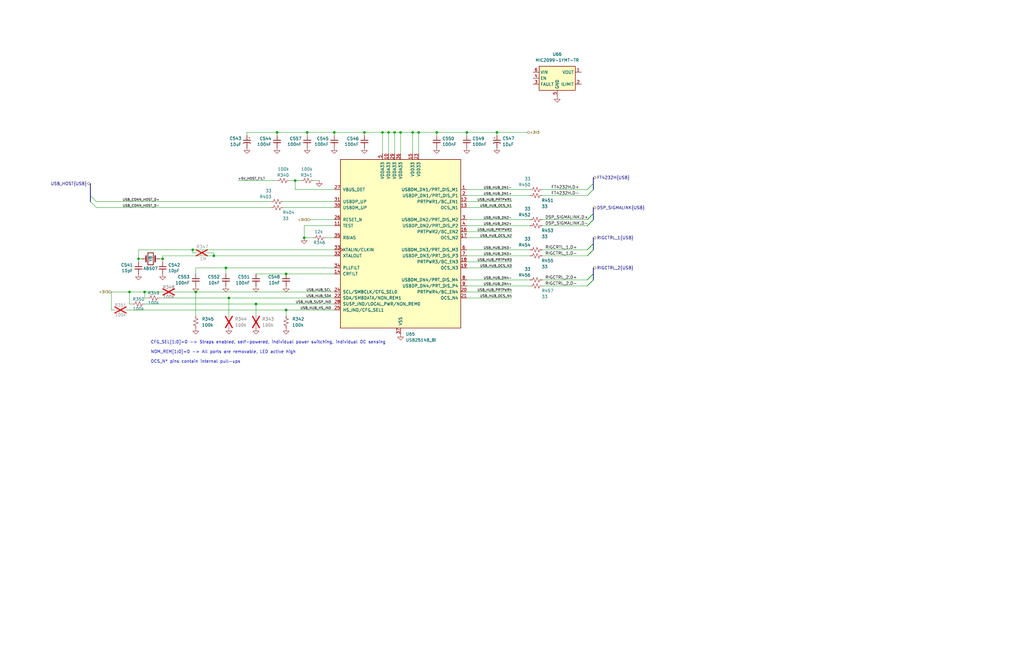
<source format=kicad_sch>
(kicad_sch (version 20250114) (generator "eeschema") (generator_version "9.0")
  (paper "B")
  (lib_symbols
    (symbol "Device:C_Polarized_Small_US" (pin_numbers (hide yes)) (pin_names (offset 0.254) (hide yes))
      (property "Reference" "C" (at 0.254 1.778 0))
      (property "Value" "C_Polarized_Small_US" (at 0.254 -2.032 0))
      (symbol "C_Polarized_Small_US_0_1"
        (polyline (pts (xy -1.524 0.508) (xy 1.524 0.508)) (stroke (width 0.3048)))
        (polyline (pts (xy -1.27 1.524) (xy -0.762 1.524)))
        (polyline (pts (xy -1.016 1.27) (xy -1.016 1.778)))
        (arc (start -1.524 -0.762) (mid 0 -0.3734) (end 1.524 -0.762) (stroke (width 0.3048)))
      )
      (symbol "C_Polarized_Small_US_1_1"
        (pin passive line (at 0 2.54 270) (length 2.032) (name "~") (number "1"))
        (pin passive line (at 0 -2.54 90) (length 2.032) (name "~") (number "2"))
      )
    )
    (symbol "Device:C_Small" (pin_numbers (hide yes)) (pin_names (offset 0.254) (hide yes))
      (property "Reference" "C" (at 0.254 1.778 0))
      (property "Value" "C_Small" (at 0.254 -2.032 0))
      (symbol "C_Small_0_1"
        (polyline (pts (xy -1.524 0.508) (xy 1.524 0.508)) (stroke (width 0.3048)))
        (polyline (pts (xy -1.524 -0.508) (xy 1.524 -0.508)) (stroke (width 0.3302)))
      )
      (symbol "C_Small_1_1"
        (pin passive line (at 0 2.54 270) (length 2.032) (name "~") (number "1"))
        (pin passive line (at 0 -2.54 90) (length 2.032) (name "~") (number "2"))
      )
    )
    (symbol "Device:Crystal" (pin_numbers (hide yes)) (pin_names (offset 1.016) (hide yes))
      (property "Reference" "Y" (at 0 3.81 0))
      (property "Value" "Crystal" (at 0 -3.81 0))
      (symbol "Crystal_0_1"
        (polyline (pts (xy -2.54 0) (xy -1.905 0)))
        (polyline (pts (xy -1.905 -1.27) (xy -1.905 1.27)) (stroke (width 0.508)))
        (rectangle (start -1.143 2.54) (end 1.143 -2.54) (stroke (width 0.3048)))
        (polyline (pts (xy 1.905 -1.27) (xy 1.905 1.27)) (stroke (width 0.508)))
        (polyline (pts (xy 2.54 0) (xy 1.905 0)))
      )
      (symbol "Crystal_1_1"
        (pin passive line (at -3.81 0 0) (length 1.27) (name "1") (number "1"))
        (pin passive line (at 3.81 0 180) (length 1.27) (name "2") (number "2"))
      )
    )
    (symbol "Device:R_Small_US" (pin_numbers (hide yes)) (pin_names (offset 0.254) (hide yes))
      (property "Reference" "R" (at 0.762 0.508 0))
      (property "Value" "R_Small_US" (at 0.762 -1.016 0))
      (symbol "R_Small_US_1_1"
        (polyline (pts (xy 0 1.524) (xy 1.016 1.143) (xy 0 0.762) (xy -1.016 0.381) (xy 0 0)))
        (polyline (pts (xy 0 0) (xy 1.016 -0.381) (xy 0 -0.762) (xy -1.016 -1.143) (xy 0 -1.524)))
        (pin passive line (at 0 2.54 270) (length 1.016) (name "~") (number "1"))
        (pin passive line (at 0 -2.54 90) (length 1.016) (name "~") (number "2"))
      )
    )
    (symbol "Interface_USB:USB2514B_Bi" (pin_names (offset 1.016))
      (property "Reference" "U65" (at 2.1433 -38.1 0))
      (property "Value" "USB2514B_Bi" (at 2.1433 -40.64 0))
      (symbol "USB2514B_Bi_0_1"
        (rectangle (start -25.4 35.56) (end 25.4 -35.56) (stroke (width 0.254)) (fill (type background)))
      )
      (symbol "USB2514B_Bi_1_1"
        (pin input line (at -27.94 22.86 0) (length 2.54) (name "VBUS_DET") (number "27"))
        (pin bidirectional line (at -27.94 17.78 0) (length 2.54) (name "USBDP_UP") (number "31"))
        (pin bidirectional line (at -27.94 15.24 0) (length 2.54) (name "USBDM_UP") (number "30"))
        (pin input line (at -27.94 10.16 0) (length 2.54) (name "RESET_N") (number "26"))
        (pin input line (at -27.94 7.62 0) (length 2.54) (name "TEST") (number "11"))
        (pin input line (at -27.94 2.54 0) (length 2.54) (name "RBIAS") (number "35"))
        (pin input clock (at -27.94 -2.54 0) (length 2.54) (name "XTALIN/CLKIN") (number "33"))
        (pin output line (at -27.94 -5.08 0) (length 2.54) (name "XTALOUT") (number "32"))
        (pin input line (at -27.94 -10.16 0) (length 2.54) (name "PLLFILT") (number "34"))
        (pin input line (at -27.94 -12.7 0) (length 2.54) (name "CRFILT") (number "14"))
        (pin bidirectional line (at -27.94 -20.32 0) (length 2.54) (name "SCL/SMBCLK/CFG_SEL0") (number "24"))
        (pin bidirectional line (at -27.94 -22.86 0) (length 2.54) (name "SDA/SMBDATA/NON_REM1") (number "22"))
        (pin bidirectional line (at -27.94 -25.4 0) (length 2.54) (name "SUSP_IND/LOCAL_PWR/NON_REM0") (number "28"))
        (pin bidirectional line (at -27.94 -27.94 0) (length 2.54) (name "HS_IND/CFG_SEL1") (number "25"))
        (pin power_in line (at -7.62 38.1 270) (length 2.54) (name "VDDA33") (number "5"))
        (pin power_in line (at -5.08 38.1 270) (length 2.54) (name "VDDA33") (number "10"))
        (pin power_in line (at -2.54 38.1 270) (length 2.54) (name "VDDA33") (number "29"))
        (pin power_in line (at 0 38.1 270) (length 2.54) (name "VDDA33") (number "36"))
        (pin power_in line (at 0 -38.1 90) (length 2.54) (name "VSS") (number "37"))
        (pin power_in line (at 5.08 38.1 270) (length 2.54) (name "VDD33") (number "15"))
        (pin power_in line (at 7.62 38.1 270) (length 2.54) (name "VDD33") (number "23"))
        (pin bidirectional line (at 27.94 22.86 180) (length 2.54) (name "USBDM_DN1/PRT_DIS_M1") (number "1"))
        (pin bidirectional line (at 27.94 20.32 180) (length 2.54) (name "USBDP_DN1/PRT_DIS_P1") (number "2"))
        (pin bidirectional line (at 27.94 17.78 180) (length 2.54) (name "PRTPWR1/BC_EN1") (number "12"))
        (pin input line (at 27.94 15.24 180) (length 2.54) (name "OCS_N1") (number "13"))
        (pin bidirectional line (at 27.94 10.16 180) (length 2.54) (name "USBDM_DN2/PRT_DIS_M2") (number "3"))
        (pin bidirectional line (at 27.94 7.62 180) (length 2.54) (name "USBDP_DN2/PRT_DIS_P2") (number "4"))
        (pin bidirectional line (at 27.94 5.08 180) (length 2.54) (name "PRTPWR2/BC_EN2") (number "16"))
        (pin input line (at 27.94 2.54 180) (length 2.54) (name "OCS_N2") (number "17"))
        (pin bidirectional line (at 27.94 -2.54 180) (length 2.54) (name "USBDM_DN3/PRT_DIS_M3") (number "6"))
        (pin bidirectional line (at 27.94 -5.08 180) (length 2.54) (name "USBDP_DN3/PRT_DIS_P3") (number "7"))
        (pin bidirectional line (at 27.94 -7.62 180) (length 2.54) (name "PRTPWR3/BC_EN3") (number "18"))
        (pin input line (at 27.94 -10.16 180) (length 2.54) (name "OCS_N3") (number "19"))
        (pin bidirectional line (at 27.94 -15.24 180) (length 2.54) (name "USBDM_DN4/PRT_DIS_M4") (number "8"))
        (pin bidirectional line (at 27.94 -17.78 180) (length 2.54) (name "USBDP_DN4/PRT_DIS_P4") (number "9"))
        (pin bidirectional line (at 27.94 -20.32 180) (length 2.54) (name "PRTPWR4/BC_EN4") (number "20"))
        (pin input line (at 27.94 -22.86 180) (length 2.54) (name "OCS_N4") (number "21"))
      )
    )
    (symbol "Power_Management:MIC2090-1YM5"
      (property "Reference" "U66" (at 0 10.16 0))
      (property "Value" "MIC2099-1YMT-TR" (at 0 7.62 0))
      (symbol "MIC2090-1YM5_0_1"
        (rectangle (start -7.62 5.08) (end 7.62 -5.08) (stroke (width 0.254)) (fill (type background)))
      )
      (symbol "MIC2090-1YM5_1_1"
        (pin power_in line (at -10.16 2.54 0) (length 2.54) (name "VIN") (number "6"))
        (pin input line (at -10.16 0 0) (length 2.54) (name "EN") (number "4"))
        (pin open_collector line (at -10.16 -2.54 0) (length 2.54) (name "FAULT") (number "3"))
        (pin power_in line (at 0 -7.62 90) (length 2.54) (name "GND") (number "5"))
        (pin power_out line (at 10.16 2.54 180) (length 2.54) (name "VOUT") (number "1"))
        (pin input line (at 10.16 -2.54 180) (length 2.54) (name "ILIMIT") (number "2"))
      )
    )
    (symbol "power:GND" (power) (pin_numbers (hide yes)) (pin_names (offset 0) (hide yes))
      (property "Value" "GND" (at 0 -3.81 0))
      (symbol "GND_0_1"
        (polyline (pts (xy 0 0) (xy 0 -1.27) (xy 1.27 -1.27) (xy 0 -2.54) (xy -1.27 -1.27) (xy 0 -1.27)))
      )
      (symbol "GND_1_1"
        (pin power_in line (at 0 0 270) (length 0) (name "~") (number "1"))
      )
    )
  )
  (text "CFG_SEL[1:0]=0 -> Straps enabled, self-powered, individual power switching, individual OC sensing\n\nNOM_REM[1:0]=0 -> All ports are removable, LED active high\n\nOCS_N* pins contain internal pull-ups" (at 63.5 148.59 0) (effects (font (size 1.27 1.27)) (justify left)))
  (junction (at 161.29 55.88))
  (junction (at 140.97 55.88))
  (junction (at 116.84 55.88))
  (junction (at 128.27 100.33))
  (junction (at 54.61 123.19))
  (junction (at 120.65 130.81))
  (junction (at 129.54 55.88))
  (junction (at 163.83 55.88))
  (junction (at 58.42 109.22))
  (junction (at 209.55 55.88))
  (junction (at 124.46 76.2))
  (junction (at 196.85 55.88))
  (junction (at 168.91 55.88))
  (junction (at 96.52 125.73))
  (junction (at 95.25 113.03))
  (junction (at 184.15 55.88))
  (junction (at 166.37 55.88))
  (junction (at 176.53 55.88))
  (junction (at 153.67 55.88))
  (junction (at 68.58 109.22))
  (junction (at 60.96 123.19))
  (junction (at 107.95 128.27))
  (junction (at 82.55 123.19))
  (junction (at 81.28 105.41))
  (junction (at 120.65 115.57))
  (junction (at 90.17 107.95))
  (junction (at 173.99 55.88))
  (bus_entry (at 40.64 87.63) (size -2.54 -2.54))
  (bus_entry (at 250.19 115.57) (size -2.54 2.54))
  (bus_entry (at 250.19 118.11) (size -2.54 2.54))
  (bus_entry (at 250.19 105.41) (size -2.54 2.54))
  (bus_entry (at 250.19 115.57) (size -2.54 2.54))
  (bus_entry (at 250.19 115.57) (size -2.54 2.54))
  (bus_entry (at 250.19 90.17) (size -2.54 2.54))
  (bus_entry (at 250.19 118.11) (size -2.54 2.54))
  (bus_entry (at 250.19 90.17) (size -2.54 2.54))
  (bus_entry (at 250.19 90.17) (size -2.54 2.54))
  (bus_entry (at 250.19 102.87) (size -2.54 2.54))
  (bus_entry (at 250.19 105.41) (size -2.54 2.54))
  (bus_entry (at 250.19 77.47) (size -2.54 2.54))
  (bus_entry (at 250.19 115.57) (size -2.54 2.54))
  (bus_entry (at 250.19 80.01) (size -2.54 2.54))
  (bus_entry (at 40.64 85.09) (size -2.54 -2.54))
  (bus_entry (at 250.19 92.71) (size -2.54 2.54))
  (bus_entry (at 250.19 102.87) (size -2.54 2.54))
  (bus_entry (at 250.19 118.11) (size -2.54 2.54))
  (bus_entry (at 250.19 102.87) (size -2.54 2.54))
  (bus_entry (at 250.19 77.47) (size -2.54 2.54))
  (bus_entry (at 250.19 92.71) (size -2.54 2.54))
  (bus_entry (at 250.19 105.41) (size -2.54 2.54))
  (bus_entry (at 250.19 118.11) (size -2.54 2.54))
  (bus_entry (at 250.19 105.41) (size -2.54 2.54))
  (bus_entry (at 250.19 92.71) (size -2.54 2.54))
  (bus_entry (at 250.19 80.01) (size -2.54 2.54))
  (bus_entry (at 250.19 92.71) (size -2.54 2.54))
  (bus_entry (at 250.19 90.17) (size -2.54 2.54))
  (bus_entry (at 250.19 102.87) (size -2.54 2.54))
  (bus (pts (xy 250.19 87.63) (xy 250.19 90.17)))
  (wire (pts (xy 116.84 55.88) (xy 129.54 55.88)))
  (wire (pts (xy 82.55 113.03) (xy 95.25 113.03)))
  (wire (pts (xy 196.85 107.95) (xy 223.52 107.95)))
  (wire (pts (xy 168.91 55.88) (xy 168.91 64.77)))
  (wire (pts (xy 58.42 105.41) (xy 58.42 109.22)))
  (wire (pts (xy 228.6 107.95) (xy 247.65 107.95)))
  (bus (pts (xy 250.19 100.33) (xy 250.19 102.87)))
  (bus (pts (xy 250.19 74.93) (xy 250.19 77.47)))
  (wire (pts (xy 107.95 128.27) (xy 140.97 128.27)))
  (wire (pts (xy 58.42 109.22) (xy 59.69 109.22)))
  (wire (pts (xy 95.25 113.03) (xy 140.97 113.03)))
  (wire (pts (xy 196.85 118.11) (xy 223.52 118.11)))
  (bus (pts (xy 250.19 102.87) (xy 250.19 105.41)))
  (wire (pts (xy 166.37 55.88) (xy 166.37 64.77)))
  (wire (pts (xy 196.85 95.25) (xy 223.52 95.25)))
  (wire (pts (xy 81.28 105.41) (xy 140.97 105.41)))
  (wire (pts (xy 228.6 120.65) (xy 247.65 120.65)))
  (wire (pts (xy 215.9 85.09) (xy 196.85 85.09)))
  (wire (pts (xy 58.42 110.49) (xy 58.42 109.22)))
  (wire (pts (xy 87.63 106.68) (xy 90.17 106.68)))
  (wire (pts (xy 173.99 55.88) (xy 173.99 64.77)))
  (wire (pts (xy 215.9 113.03) (xy 196.85 113.03)))
  (wire (pts (xy 119.38 85.09) (xy 140.97 85.09)))
  (bus (pts (xy 38.1 82.55) (xy 38.1 85.09)))
  (wire (pts (xy 73.66 123.19) (xy 82.55 123.19)))
  (wire (pts (xy 215.9 110.49) (xy 196.85 110.49)))
  (wire (pts (xy 228.6 82.55) (xy 247.65 82.55)))
  (wire (pts (xy 40.64 87.63) (xy 114.3 87.63)))
  (wire (pts (xy 129.54 55.88) (xy 129.54 57.15)))
  (wire (pts (xy 196.85 82.55) (xy 223.52 82.55)))
  (wire (pts (xy 196.85 80.01) (xy 223.52 80.01)))
  (wire (pts (xy 184.15 55.88) (xy 196.85 55.88)))
  (wire (pts (xy 228.6 80.01) (xy 247.65 80.01)))
  (wire (pts (xy 140.97 95.25) (xy 128.27 95.25)))
  (wire (pts (xy 82.55 123.19) (xy 140.97 123.19)))
  (wire (pts (xy 90.17 107.95) (xy 140.97 107.95)))
  (wire (pts (xy 104.14 55.88) (xy 104.14 57.15)))
  (wire (pts (xy 215.9 97.79) (xy 196.85 97.79)))
  (wire (pts (xy 68.58 107.95) (xy 68.58 109.22)))
  (wire (pts (xy 196.85 105.41) (xy 223.52 105.41)))
  (wire (pts (xy 54.61 123.19) (xy 46.99 123.19)))
  (bus (pts (xy 250.19 113.03) (xy 250.19 115.57)))
  (wire (pts (xy 121.92 76.2) (xy 124.46 76.2)))
  (wire (pts (xy 60.96 123.19) (xy 68.58 123.19)))
  (wire (pts (xy 215.9 123.19) (xy 196.85 123.19)))
  (wire (pts (xy 60.96 128.27) (xy 107.95 128.27)))
  (wire (pts (xy 107.95 115.57) (xy 120.65 115.57)))
  (wire (pts (xy 120.65 130.81) (xy 140.97 130.81)))
  (wire (pts (xy 140.97 55.88) (xy 140.97 57.15)))
  (wire (pts (xy 48.26 130.81) (xy 46.99 130.81)))
  (wire (pts (xy 161.29 55.88) (xy 163.83 55.88)))
  (wire (pts (xy 163.83 55.88) (xy 163.83 64.77)))
  (wire (pts (xy 58.42 105.41) (xy 81.28 105.41)))
  (bus (pts (xy 38.1 77.47) (xy 38.1 82.55)))
  (wire (pts (xy 40.64 85.09) (xy 114.3 85.09)))
  (wire (pts (xy 132.08 76.2) (xy 134.62 76.2)))
  (wire (pts (xy 82.55 133.35) (xy 82.55 123.19)))
  (wire (pts (xy 130.81 92.71) (xy 140.97 92.71)))
  (wire (pts (xy 128.27 95.25) (xy 128.27 100.33)))
  (wire (pts (xy 82.55 115.57) (xy 82.55 113.03)))
  (wire (pts (xy 209.55 55.88) (xy 222.25 55.88)))
  (wire (pts (xy 140.97 55.88) (xy 153.67 55.88)))
  (wire (pts (xy 60.96 125.73) (xy 60.96 123.19)))
  (wire (pts (xy 119.38 87.63) (xy 140.97 87.63)))
  (wire (pts (xy 95.25 113.03) (xy 95.25 115.57)))
  (wire (pts (xy 215.9 125.73) (xy 196.85 125.73)))
  (wire (pts (xy 96.52 125.73) (xy 96.52 133.35)))
  (wire (pts (xy 60.96 123.19) (xy 54.61 123.19)))
  (wire (pts (xy 81.28 106.68) (xy 81.28 105.41)))
  (wire (pts (xy 163.83 55.88) (xy 166.37 55.88)))
  (wire (pts (xy 68.58 107.95) (xy 90.17 107.95)))
  (wire (pts (xy 168.91 55.88) (xy 173.99 55.88)))
  (wire (pts (xy 90.17 106.68) (xy 90.17 107.95)))
  (wire (pts (xy 116.84 55.88) (xy 116.84 57.15)))
  (wire (pts (xy 196.85 92.71) (xy 223.52 92.71)))
  (wire (pts (xy 54.61 128.27) (xy 54.61 123.19)))
  (wire (pts (xy 153.67 55.88) (xy 161.29 55.88)))
  (wire (pts (xy 107.95 128.27) (xy 107.95 133.35)))
  (wire (pts (xy 55.88 128.27) (xy 54.61 128.27)))
  (wire (pts (xy 176.53 55.88) (xy 176.53 64.77)))
  (wire (pts (xy 137.16 100.33) (xy 140.97 100.33)))
  (wire (pts (xy 196.85 55.88) (xy 209.55 55.88)))
  (wire (pts (xy 124.46 80.01) (xy 124.46 76.2)))
  (wire (pts (xy 104.14 55.88) (xy 116.84 55.88)))
  (wire (pts (xy 196.85 55.88) (xy 196.85 57.15)))
  (wire (pts (xy 124.46 76.2) (xy 127 76.2)))
  (wire (pts (xy 166.37 55.88) (xy 168.91 55.88)))
  (wire (pts (xy 215.9 100.33) (xy 196.85 100.33)))
  (wire (pts (xy 173.99 55.88) (xy 176.53 55.88)))
  (wire (pts (xy 161.29 55.88) (xy 161.29 64.77)))
  (wire (pts (xy 228.6 118.11) (xy 247.65 118.11)))
  (bus (pts (xy 250.19 115.57) (xy 250.19 118.11)))
  (wire (pts (xy 82.55 106.68) (xy 81.28 106.68)))
  (wire (pts (xy 184.15 55.88) (xy 184.15 57.15)))
  (wire (pts (xy 67.31 125.73) (xy 96.52 125.73)))
  (bus (pts (xy 250.19 90.17) (xy 250.19 92.71)))
  (wire (pts (xy 53.34 130.81) (xy 120.65 130.81)))
  (wire (pts (xy 228.6 105.41) (xy 247.65 105.41)))
  (wire (pts (xy 129.54 55.88) (xy 140.97 55.88)))
  (wire (pts (xy 68.58 110.49) (xy 68.58 109.22)))
  (wire (pts (xy 176.53 55.88) (xy 184.15 55.88)))
  (wire (pts (xy 128.27 100.33) (xy 132.08 100.33)))
  (wire (pts (xy 68.58 109.22) (xy 67.31 109.22)))
  (wire (pts (xy 120.65 115.57) (xy 140.97 115.57)))
  (wire (pts (xy 196.85 120.65) (xy 223.52 120.65)))
  (wire (pts (xy 209.55 55.88) (xy 209.55 57.15)))
  (wire (pts (xy 46.99 130.81) (xy 46.99 123.19)))
  (wire (pts (xy 215.9 87.63) (xy 196.85 87.63)))
  (wire (pts (xy 140.97 80.01) (xy 124.46 80.01)))
  (wire (pts (xy 62.23 125.73) (xy 60.96 125.73)))
  (wire (pts (xy 153.67 55.88) (xy 153.67 57.15)))
  (wire (pts (xy 228.6 92.71) (xy 247.65 92.71)))
  (wire (pts (xy 228.6 95.25) (xy 247.65 95.25)))
  (bus (pts (xy 250.19 77.47) (xy 250.19 80.01)))
  (wire (pts (xy 96.52 125.73) (xy 140.97 125.73)))
  (wire (pts (xy 100.33 76.2) (xy 116.84 76.2)))
  (wire (pts (xy 120.65 133.35) (xy 120.65 130.81)))
  (label "USB_HUB_DN2-" (at 215.9 92.71 180) (effects (font (size 1 1))))
  (label "FT4232H.D-" (at 232.41 82.55 0))
  (label "USB_HUB_DN1+" (at 215.9 82.55 180) (effects (font (size 1 1))))
  (label "RIGCRTL_1.D+" (at 229.87 105.41 0))
  (label "RIGCTRL_1.D-" (at 229.87 107.95 0))
  (label "USB_HUB_DN4+" (at 215.9 120.65 180) (effects (font (size 1 1))))
  (label "USB_HUB_PRTPWR4" (at 215.9 123.19 180) (effects (font (size 1 1))))
  (label "USB_HUB_DN3-" (at 215.9 105.41 180) (effects (font (size 1 1))))
  (label "USB_HUB_DN1-" (at 215.9 80.01 180) (effects (font (size 1 1))))
  (label "DSP_SIGMALINK.D-" (at 229.87 95.25 0))
  (label "USB_HUB_OCS_N2" (at 215.9 100.33 180) (effects (font (size 1 1))))
  (label "RIGCTRL_2.D-" (at 229.87 120.65 0))
  (label "USB_HUB_HS_IND" (at 139.7 130.81 180) (effects (font (size 1 1))))
  (label "+5V_HOST_FILT" (at 100.33 76.2 0) (effects (font (size 1 1))))
  (label "USB_HUB_SUSP_IND" (at 139.7 128.27 180) (effects (font (size 1 1))))
  (label "FT4232H.D+" (at 232.41 80.01 0))
  (label "USB_HUB_OCS_N1" (at 215.9 87.63 180) (effects (font (size 1 1))))
  (label "USB_HUB_PRTPWR3" (at 215.9 110.49 180) (effects (font (size 1 1))))
  (label "USB_HUB_PRTPWR2" (at 215.9 97.79 180) (effects (font (size 1 1))))
  (label "RIGCTRL_2.D+" (at 229.87 118.11 0))
  (label "USB_HUB_DN2+" (at 215.9 95.25 180) (effects (font (size 1 1))))
  (label "USB_HUB_SDA" (at 139.7 125.73 180) (effects (font (size 1 1))))
  (label "USB_HUB_DN4-" (at 215.9 118.11 180) (effects (font (size 1 1))))
  (label "USB_HUB_OCS_N3" (at 215.9 113.03 180) (effects (font (size 1 1))))
  (label "USB_HUB_PRTPWR1" (at 215.9 85.09 180) (effects (font (size 1 1))))
  (label "USB_HUB_DN3+" (at 215.9 107.95 180) (effects (font (size 1 1))))
  (label "DSP_SIGMALINK.D+" (at 229.87 92.71 0))
  (label "USB_HUB_SCL" (at 139.7 123.19 180) (effects (font (size 1 1))))
  (label "USB_CONN_HOST_D+" (at 67.31 85.09 180) (effects (font (size 1 1))))
  (label "USB_CONN_HOST_D-" (at 67.31 87.63 180) (effects (font (size 1 1))))
  (label "USB_HUB_OCS_N4" (at 215.9 125.73 180) (effects (font (size 1 1))))
  (hierarchical_label "USB_HOST{USB}" (shape bidirectional) (at 38.1 77.47 180))
  (hierarchical_label "+3V3" (shape input) (at 46.99 123.19 180) (effects (font (size 1 1))))
  (hierarchical_label "RIGCTRL_2{USB}" (shape bidirectional) (at 250.19 113.03 0))
  (hierarchical_label "+3V3" (shape input) (at 222.25 55.88 0) (effects (font (size 1 1))))
  (hierarchical_label "RIGCTRL_1{USB}" (shape bidirectional) (at 250.19 100.33 0))
  (hierarchical_label "+3V3" (shape input) (at 130.81 92.71 180) (effects (font (size 1 1))))
  (hierarchical_label "FT4232H{USB}" (shape bidirectional) (at 250.19 74.93 0))
  (hierarchical_label "DSP_SIGMALINK{USB}" (shape bidirectional) (at 250.19 87.63 0))
  (symbol (lib_id "Device:R_Small_US") (at 50.8 130.81 270) (unit 1) (in_bom no) (dnp yes)
    (property "Reference" "R351" (at 50.8 128.778 90))
    (property "Value" "100k" (at 50.8 132.842 90))
    (property "Description" "Resistor, small US symbol" (effects (hide yes)))
  )
  (symbol (lib_id "Device:C_Small") (at 196.85 59.69 0) (unit 1)
    (property "Reference" "C549" (at 199.1741 58.4841 0) (effects (justify left)))
    (property "Value" "100nF" (at 199.1741 60.9084 0) (effects (justify left)))
    (property "Description" "Unpolarized capacitor, small symbol" (effects (hide yes)))
  )
  (symbol (lib_id "Device:R_Small_US") (at 226.06 80.01 90) (unit 1)
    (property "Reference" "R450" (at 223.774 77.978 90) (effects (justify left)))
    (property "Value" "33" (at 223.774 75.438 90) (effects (justify left)))
    (property "Description" "Resistor, small US symbol" (effects (hide yes)))
  )
  (symbol (lib_id "Device:R_Small_US") (at 64.77 125.73 270) (unit 1)
    (property "Reference" "R349" (at 64.77 123.698 90))
    (property "Value" "100k" (at 64.77 127.762 90))
    (property "Description" "Resistor, small US symbol" (effects (hide yes)))
  )
  (symbol (lib_id "Device:C_Small") (at 153.67 59.69 0) (mirror y) (unit 1)
    (property "Reference" "C546" (at 151.3459 58.4841 0) (effects (justify left)))
    (property "Value" "100nF" (at 151.3459 60.9084 0) (effects (justify left)))
    (property "Description" "Unpolarized capacitor, small symbol" (effects (hide yes)))
  )
  (symbol (lib_id "Device:C_Small") (at 82.55 118.11 0) (unit 1)
    (property "Reference" "C553" (at 80.01 116.8462 0) (effects (justify right)))
    (property "Value" "100nF" (at 80.01 119.3862 0) (effects (justify right)))
    (property "Description" "Unpolarized capacitor, small symbol" (effects (hide yes)))
  )
  (symbol (lib_id "Device:R_Small_US") (at 71.12 123.19 270) (unit 1) (in_bom no) (dnp yes)
    (property "Reference" "R348" (at 71.12 121.158 90))
    (property "Value" "100k" (at 71.12 125.222 90))
    (property "Description" "Resistor, small US symbol" (effects (hide yes)))
  )
  (symbol (lib_id "Device:R_Small_US") (at 226.06 120.65 270) (unit 1)
    (property "Reference" "R457" (at 228.346 122.682 90) (effects (justify left)))
    (property "Value" "33" (at 228.346 125.222 90) (effects (justify left)))
    (property "Description" "Resistor, small US symbol" (effects (hide yes)))
  )
  (symbol (lib_id "Interface_USB:USB2514B_Bi") (at 168.91 102.87 0) (unit 1)
    (property "Reference" "U65" (at 171.0533 140.97 0) (effects (justify left)))
    (property "Value" "USB2514B_Bi" (at 171.0533 143.51 0) (effects (justify left)))
    (property "Footprint" "Package_DFN_QFN:QFN-36-1EP_6x6mm_P0.5mm_EP3.7x3.7mm" (effects (hide yes)))
    (property "Datasheet" "http://ww1.microchip.com/downloads/en/DeviceDoc/00001692C.pdf" (effects (hide yes)))
    (property "Description" "USB 2.0 Hi-Speed Hub Controller" (effects (hide yes)))
  )
  (symbol (lib_id "power:GND") (at 168.91 140.97 0) (mirror y) (unit 1)
    (property "Reference" "#PWR0697" (effects (hide yes)))
    (property "Value" "GND" (effects (hide yes)))
    (property "Description" "Power symbol creates a global label with name \"GND\" , ground" (effects (hide yes)))
  )
  (symbol (lib_id "Device:C_Polarized_Small_US") (at 209.55 59.69 0) (unit 1)
    (property "Reference" "C547" (at 211.836 58.42 0) (effects (justify left)))
    (property "Value" "10uF" (at 211.836 60.96 0) (effects (justify left)))
    (property "Description" "Polarized capacitor, small US symbol" (effects (hide yes)))
  )
  (symbol (lib_id "power:GND") (at 134.62 76.2 0) (unit 1)
    (property "Reference" "#PWR0705" (effects (hide yes)))
    (property "Value" "GND" (effects (hide yes)))
    (property "Description" "Power symbol creates a global label with name \"GND\" , ground" (effects (hide yes)))
  )
  (symbol (lib_id "power:GND") (at 96.52 138.43 0) (unit 1)
    (property "Reference" "#PWR0711" (effects (hide yes)))
    (property "Value" "GND" (effects (hide yes)))
    (property "Description" "Power symbol creates a global label with name \"GND\" , ground" (effects (hide yes)))
  )
  (symbol (lib_id "Device:R_Small_US") (at 107.95 135.89 0) (unit 1) (in_bom no) (dnp yes)
    (property "Reference" "R343" (at 110.49 134.6199 0) (effects (justify left)))
    (property "Value" "100k" (at 110.49 137.1599 0) (effects (justify left)))
    (property "Description" "Resistor, small US symbol" (effects (hide yes)))
  )
  (symbol (lib_id "Device:C_Small") (at 58.42 113.03 0) (mirror y) (unit 1)
    (property "Reference" "C541" (at 56.0959 111.8241 0) (effects (justify left)))
    (property "Value" "10pF" (at 56.0959 114.2484 0) (effects (justify left)))
    (property "Description" "Unpolarized capacitor, small symbol" (effects (hide yes)))
  )
  (symbol (lib_id "power:GND") (at 128.27 100.33 0) (unit 1)
    (property "Reference" "#PWR0717" (effects (hide yes)))
    (property "Value" "GND" (effects (hide yes)))
    (property "Description" "Power symbol creates a global label with name \"GND\" , ground" (effects (hide yes)))
  )
  (symbol (lib_id "Device:R_Small_US") (at 226.06 118.11 90) (unit 1)
    (property "Reference" "R456" (at 223.774 116.078 90) (effects (justify left)))
    (property "Value" "33" (at 223.774 113.538 90) (effects (justify left)))
    (property "Description" "Resistor, small US symbol" (effects (hide yes)))
  )
  (symbol (lib_id "power:GND") (at 82.55 138.43 0) (unit 1)
    (property "Reference" "#PWR0712" (effects (hide yes)))
    (property "Value" "GND" (effects (hide yes)))
    (property "Description" "Power symbol creates a global label with name \"GND\" , ground" (effects (hide yes)))
  )
  (symbol (lib_id "power:GND") (at 104.14 62.23 0) (mirror y) (unit 1)
    (property "Reference" "#PWR0700" (effects (hide yes)))
    (property "Value" "GND" (effects (hide yes)))
    (property "Description" "Power symbol creates a global label with name \"GND\" , ground" (effects (hide yes)))
  )
  (symbol (lib_id "power:GND") (at 68.58 115.57 0) (unit 1)
    (property "Reference" "#PWR0699" (effects (hide yes)))
    (property "Value" "GND" (effects (hide yes)))
    (property "Description" "Power symbol creates a global label with name \"GND\" , ground" (effects (hide yes)))
  )
  (symbol (lib_id "power:GND") (at 140.97 62.23 0) (mirror y) (unit 1)
    (property "Reference" "#PWR0702" (effects (hide yes)))
    (property "Value" "GND" (effects (hide yes)))
    (property "Description" "Power symbol creates a global label with name \"GND\" , ground" (effects (hide yes)))
  )
  (symbol (lib_id "power:GND") (at 120.65 120.65 0) (mirror y) (unit 1)
    (property "Reference" "#PWR0713" (effects (hide yes)))
    (property "Value" "GND" (effects (hide yes)))
    (property "Description" "Power symbol creates a global label with name \"GND\" , ground" (effects (hide yes)))
  )
  (symbol (lib_id "Device:C_Small") (at 116.84 59.69 0) (mirror y) (unit 1)
    (property "Reference" "C544" (at 114.5159 58.4841 0) (effects (justify left)))
    (property "Value" "100nF" (at 114.5159 60.9084 0) (effects (justify left)))
    (property "Description" "Unpolarized capacitor, small symbol" (effects (hide yes)))
  )
  (symbol (lib_id "power:GND") (at 153.67 62.23 0) (mirror y) (unit 1)
    (property "Reference" "#PWR0703" (effects (hide yes)))
    (property "Value" "GND" (effects (hide yes)))
    (property "Description" "Power symbol creates a global label with name \"GND\" , ground" (effects (hide yes)))
  )
  (symbol (lib_id "power:GND") (at 196.85 62.23 0) (unit 1)
    (property "Reference" "#PWR0706" (effects (hide yes)))
    (property "Value" "GND" (effects (hide yes)))
    (property "Description" "Power symbol creates a global label with name \"GND\" , ground" (effects (hide yes)))
  )
  (symbol (lib_id "Device:C_Small") (at 184.15 59.69 0) (unit 1)
    (property "Reference" "C550" (at 186.4741 58.4841 0) (effects (justify left)))
    (property "Value" "100nF" (at 186.4741 60.9084 0) (effects (justify left)))
    (property "Description" "Unpolarized capacitor, small symbol" (effects (hide yes)))
  )
  (symbol (lib_id "Device:R_Small_US") (at 226.06 92.71 90) (unit 1)
    (property "Reference" "R452" (at 223.774 90.678 90) (effects (justify left)))
    (property "Value" "33" (at 223.774 88.138 90) (effects (justify left)))
    (property "Description" "Resistor, small US symbol" (effects (hide yes)))
  )
  (symbol (lib_id "Device:R_Small_US") (at 58.42 128.27 270) (unit 1)
    (property "Reference" "R350" (at 58.42 126.238 90))
    (property "Value" "100k" (at 58.42 130.302 90))
    (property "Description" "Resistor, small US symbol" (effects (hide yes)))
  )
  (symbol (lib_id "Device:C_Small") (at 95.25 118.11 0) (unit 1)
    (property "Reference" "C552" (at 92.71 116.8462 0) (effects (justify right)))
    (property "Value" "10nF" (at 92.71 119.3862 0) (effects (justify right)))
    (property "Description" "Unpolarized capacitor, small symbol" (effects (hide yes)))
  )
  (symbol (lib_id "Device:Crystal") (at 63.5 109.22 0) (mirror y) (unit 1)
    (property "Reference" "Y8" (at 63.5 109.22 90))
    (property "Value" "ABS07" (at 63.5 113.284 0))
    (property "Datasheet" "https://abracon.com/Resonators/ABS07.pdf" (effects (hide yes)))
    (property "Description" "Two pin crystal" (effects (hide yes)))
  )
  (symbol (lib_id "Device:C_Small") (at 107.95 118.11 0) (unit 1)
    (property "Reference" "C551" (at 105.41 116.8462 0) (effects (justify right)))
    (property "Value" "100nF" (at 105.41 119.3862 0) (effects (justify right)))
    (property "Description" "Unpolarized capacitor, small symbol" (effects (hide yes)))
  )
  (symbol (lib_id "Device:R_Small_US") (at 82.55 135.89 0) (unit 1)
    (property "Reference" "R345" (at 85.09 134.6199 0) (effects (justify left)))
    (property "Value" "100k" (at 85.09 137.1599 0) (effects (justify left)))
    (property "Description" "Resistor, small US symbol" (effects (hide yes)))
  )
  (symbol (lib_id "Power_Management:MIC2090-1YM5") (at 234.95 33.02 0) (unit 1)
    (property "Reference" "U66" (at 234.95 22.86 0))
    (property "Value" "MIC2099-1YMT-TR" (at 234.95 25.4 0))
    (property "Datasheet" "https://ww1.microchip.com/downloads/aemDocuments/documents/APID/ProductDocuments/DataSheets/MIC2090-1-Current-Limiting-Power-Distribution-Switches-DS20006611A.pdf" (effects (hide yes)))
    (property "Description" "Single-channel, high side, power distribution switch, 790mOhm Ron, auto-retry, 1.8V-5.5V, 50 mA, SOT-23-5" (effects (hide yes)))
  )
  (symbol (lib_id "Device:R_Small_US") (at 226.06 82.55 270) (unit 1)
    (property "Reference" "R451" (at 228.346 84.582 90) (effects (justify left)))
    (property "Value" "33" (at 228.346 87.122 90) (effects (justify left)))
    (property "Description" "Resistor, small US symbol" (effects (hide yes)))
  )
  (symbol (lib_id "Device:R_Small_US") (at 129.54 76.2 90) (unit 1)
    (property "Reference" "R341" (at 131.826 73.914 90) (effects (justify left)))
    (property "Value" "100k" (at 131.826 71.374 90) (effects (justify left)))
    (property "Description" "Resistor, small US symbol" (effects (hide yes)))
  )
  (symbol (lib_id "power:GND") (at 184.15 62.23 0) (unit 1)
    (property "Reference" "#PWR0707" (effects (hide yes)))
    (property "Value" "GND" (effects (hide yes)))
    (property "Description" "Power symbol creates a global label with name \"GND\" , ground" (effects (hide yes)))
  )
  (symbol (lib_id "Device:R_Small_US") (at 96.52 135.89 0) (unit 1) (in_bom no) (dnp yes)
    (property "Reference" "R344" (at 99.06 134.6199 0) (effects (justify left)))
    (property "Value" "100k" (at 99.06 137.1599 0) (effects (justify left)))
    (property "Description" "Resistor, small US symbol" (effects (hide yes)))
  )
  (symbol (lib_id "Device:R_Small_US") (at 85.09 106.68 90) (unit 1) (dnp yes)
    (property "Reference" "R347" (at 87.884 104.14 90) (effects (justify left)))
    (property "Value" "1M" (at 87.122 109.22 90) (effects (justify left)))
    (property "Description" "Resistor, small US symbol" (effects (hide yes)))
  )
  (symbol (lib_id "Device:R_Small_US") (at 116.84 85.09 90) (unit 1)
    (property "Reference" "R403" (at 114.554 83.058 90) (effects (justify left)))
    (property "Value" "33" (at 114.554 80.518 90) (effects (justify left)))
    (property "Description" "Resistor, small US symbol" (effects (hide yes)))
  )
  (symbol (lib_id "Device:C_Small") (at 129.54 59.69 0) (mirror y) (unit 1)
    (property "Reference" "C557" (at 127.2159 58.4841 0) (effects (justify left)))
    (property "Value" "100nF" (at 127.2159 60.9084 0) (effects (justify left)))
    (property "Description" "Unpolarized capacitor, small symbol" (effects (hide yes)))
  )
  (symbol (lib_id "power:GND") (at 209.55 62.23 0) (unit 1)
    (property "Reference" "#PWR0704" (effects (hide yes)))
    (property "Value" "GND" (effects (hide yes)))
    (property "Description" "Power symbol creates a global label with name \"GND\" , ground" (effects (hide yes)))
  )
  (symbol (lib_id "Device:C_Small") (at 140.97 59.69 0) (mirror y) (unit 1)
    (property "Reference" "C545" (at 138.6459 58.4841 0) (effects (justify left)))
    (property "Value" "100nF" (at 138.6459 60.9084 0) (effects (justify left)))
    (property "Description" "Unpolarized capacitor, small symbol" (effects (hide yes)))
  )
  (symbol (lib_id "power:GND") (at 95.25 120.65 0) (mirror y) (unit 1)
    (property "Reference" "#PWR0715" (effects (hide yes)))
    (property "Value" "GND" (effects (hide yes)))
    (property "Description" "Power symbol creates a global label with name \"GND\" , ground" (effects (hide yes)))
  )
  (symbol (lib_id "Device:R_Small_US") (at 116.84 87.63 270) (unit 1)
    (property "Reference" "R404" (at 119.126 89.662 90) (effects (justify left)))
    (property "Value" "33" (at 119.126 92.202 90) (effects (justify left)))
    (property "Description" "Resistor, small US symbol" (effects (hide yes)))
  )
  (symbol (lib_id "power:GND") (at 107.95 138.43 0) (unit 1)
    (property "Reference" "#PWR0710" (effects (hide yes)))
    (property "Value" "GND" (effects (hide yes)))
    (property "Description" "Power symbol creates a global label with name \"GND\" , ground" (effects (hide yes)))
  )
  (symbol (lib_id "Device:C_Polarized_Small_US") (at 104.14 59.69 0) (mirror y) (unit 1)
    (property "Reference" "C543" (at 101.854 58.42 0) (effects (justify left)))
    (property "Value" "10uF" (at 101.854 60.96 0) (effects (justify left)))
    (property "Description" "Polarized capacitor, small US symbol" (effects (hide yes)))
  )
  (symbol (lib_id "power:GND") (at 116.84 62.23 0) (mirror y) (unit 1)
    (property "Reference" "#PWR0701" (effects (hide yes)))
    (property "Value" "GND" (effects (hide yes)))
    (property "Description" "Power symbol creates a global label with name \"GND\" , ground" (effects (hide yes)))
  )
  (symbol (lib_id "Device:R_Small_US") (at 226.06 107.95 270) (unit 1)
    (property "Reference" "R455" (at 228.346 109.982 90) (effects (justify left)))
    (property "Value" "33" (at 228.346 112.522 90) (effects (justify left)))
    (property "Description" "Resistor, small US symbol" (effects (hide yes)))
  )
  (symbol (lib_id "power:GND") (at 58.42 115.57 0) (unit 1)
    (property "Reference" "#PWR0698" (effects (hide yes)))
    (property "Value" "GND" (effects (hide yes)))
    (property "Description" "Power symbol creates a global label with name \"GND\" , ground" (effects (hide yes)))
  )
  (symbol (lib_id "power:GND") (at 234.95 40.64 0) (unit 1)
    (property "Reference" "#PWR0718" (effects (hide yes)))
    (property "Value" "GND" (effects (hide yes)))
    (property "Description" "Power symbol creates a global label with name \"GND\" , ground" (effects (hide yes)))
  )
  (symbol (lib_id "power:GND") (at 120.65 138.43 0) (unit 1)
    (property "Reference" "#PWR0709" (effects (hide yes)))
    (property "Value" "GND" (effects (hide yes)))
    (property "Description" "Power symbol creates a global label with name \"GND\" , ground" (effects (hide yes)))
  )
  (symbol (lib_id "Device:R_Small_US") (at 120.65 135.89 0) (unit 1)
    (property "Reference" "R342" (at 123.19 134.6199 0) (effects (justify left)))
    (property "Value" "100k" (at 123.19 137.1599 0) (effects (justify left)))
    (property "Description" "Resistor, small US symbol" (effects (hide yes)))
  )
  (symbol (lib_id "power:GND") (at 107.95 120.65 0) (mirror y) (unit 1)
    (property "Reference" "#PWR0714" (effects (hide yes)))
    (property "Value" "GND" (effects (hide yes)))
    (property "Description" "Power symbol creates a global label with name \"GND\" , ground" (effects (hide yes)))
  )
  (symbol (lib_id "Device:R_Small_US") (at 119.38 76.2 90) (unit 1)
    (property "Reference" "R340" (at 121.92 73.914 90) (effects (justify left)))
    (property "Value" "100k" (at 121.92 71.374 90) (effects (justify left)))
    (property "Description" "Resistor, small US symbol" (effects (hide yes)))
  )
  (symbol (lib_id "Device:C_Small") (at 68.58 113.03 0) (unit 1)
    (property "Reference" "C542" (at 70.9041 111.8241 0) (effects (justify left)))
    (property "Value" "10pF" (at 70.9041 114.2484 0) (effects (justify left)))
    (property "Description" "Unpolarized capacitor, small symbol" (effects (hide yes)))
  )
  (symbol (lib_id "Device:R_Small_US") (at 134.62 100.33 270) (unit 1)
    (property "Reference" "R346" (at 132.08 102.362 90) (effects (justify left)))
    (property "Value" "12k" (at 132.588 97.79 90) (effects (justify left)))
    (property "Description" "Resistor, small US symbol" (effects (hide yes)))
  )
  (symbol (lib_id "power:GND") (at 129.54 62.23 0) (mirror y) (unit 1)
    (property "Reference" "#PWR0708" (effects (hide yes)))
    (property "Value" "GND" (effects (hide yes)))
    (property "Description" "Power symbol creates a global label with name \"GND\" , ground" (effects (hide yes)))
  )
  (symbol (lib_id "Device:R_Small_US") (at 226.06 105.41 90) (unit 1)
    (property "Reference" "R454" (at 223.774 103.378 90) (effects (justify left)))
    (property "Value" "33" (at 223.774 100.838 90) (effects (justify left)))
    (property "Description" "Resistor, small US symbol" (effects (hide yes)))
  )
  (symbol (lib_id "Device:R_Small_US") (at 226.06 95.25 270) (unit 1)
    (property "Reference" "R453" (at 228.346 97.282 90) (effects (justify left)))
    (property "Value" "33" (at 228.346 99.822 90) (effects (justify left)))
    (property "Description" "Resistor, small US symbol" (effects (hide yes)))
  )
  (symbol (lib_id "power:GND") (at 82.55 120.65 0) (mirror y) (unit 1)
    (property "Reference" "#PWR0716" (effects (hide yes)))
    (property "Value" "GND" (effects (hide yes)))
    (property "Description" "Power symbol creates a global label with name \"GND\" , ground" (effects (hide yes)))
  )
  (symbol (lib_id "Device:C_Small") (at 120.65 118.11 0) (unit 1)
    (property "Reference" "C548" (at 118.11 116.8462 0) (effects (justify right)))
    (property "Value" "10nF" (at 118.11 119.3862 0) (effects (justify right)))
    (property "Description" "Unpolarized capacitor, small symbol" (effects (hide yes)))
  )
)
</source>
